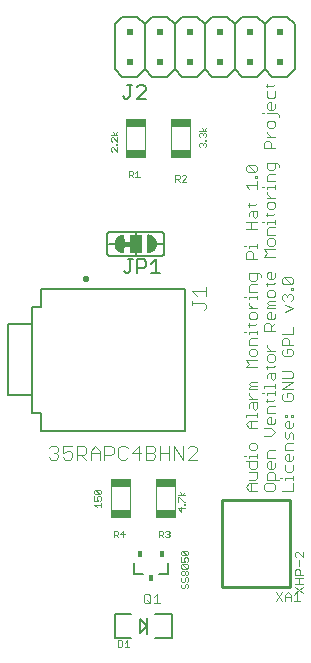
<source format=gto>
G75*
%MOIN*%
%OFA0B0*%
%FSLAX25Y25*%
%IPPOS*%
%LPD*%
%AMOC8*
5,1,8,0,0,1.08239X$1,22.5*
%
%ADD10C,0.00300*%
%ADD11C,0.00200*%
%ADD12C,0.00500*%
%ADD13C,0.01200*%
%ADD14C,0.00400*%
%ADD15C,0.00800*%
%ADD16R,0.02000X0.02000*%
%ADD17C,0.00600*%
%ADD18C,0.00000*%
%ADD19R,0.04000X0.06000*%
%ADD20C,0.01600*%
%ADD21R,0.06693X0.02953*%
%ADD22R,0.01800X0.02300*%
%ADD23R,0.01799X0.02301*%
%ADD24R,0.01800X0.02300*%
%ADD25C,0.01000*%
D10*
X0082530Y0080817D02*
X0083147Y0080817D01*
X0084381Y0080817D02*
X0086850Y0080817D01*
X0086850Y0081434D02*
X0086850Y0080199D01*
X0086850Y0078985D02*
X0086850Y0077133D01*
X0086233Y0076516D01*
X0084998Y0076516D01*
X0084381Y0077133D01*
X0084381Y0078985D01*
X0084381Y0080199D02*
X0084381Y0080817D01*
X0084998Y0082655D02*
X0084381Y0083272D01*
X0084381Y0084506D01*
X0084998Y0085124D01*
X0086233Y0085124D01*
X0086850Y0084506D01*
X0086850Y0083272D01*
X0086233Y0082655D01*
X0084998Y0082655D01*
X0083147Y0078985D02*
X0086850Y0078985D01*
X0086850Y0075302D02*
X0084381Y0075302D01*
X0084381Y0072833D02*
X0086233Y0072833D01*
X0086850Y0073450D01*
X0086850Y0075302D01*
X0086850Y0071619D02*
X0084381Y0071619D01*
X0083147Y0070384D01*
X0084381Y0069150D01*
X0086850Y0069150D01*
X0084998Y0069150D02*
X0084998Y0071619D01*
X0089147Y0071002D02*
X0089764Y0071619D01*
X0092233Y0071619D01*
X0092850Y0071002D01*
X0092850Y0069767D01*
X0092233Y0069150D01*
X0089764Y0069150D01*
X0089147Y0069767D01*
X0089147Y0071002D01*
X0090381Y0072833D02*
X0090381Y0074685D01*
X0090998Y0075302D01*
X0092233Y0075302D01*
X0092850Y0074685D01*
X0092850Y0072833D01*
X0094084Y0072833D02*
X0090381Y0072833D01*
X0090998Y0076516D02*
X0090381Y0077133D01*
X0090381Y0078368D01*
X0090998Y0078985D01*
X0091616Y0078985D01*
X0091616Y0076516D01*
X0092233Y0076516D02*
X0090998Y0076516D01*
X0092233Y0076516D02*
X0092850Y0077133D01*
X0092850Y0078368D01*
X0092850Y0080199D02*
X0090381Y0080199D01*
X0090381Y0082051D01*
X0090998Y0082668D01*
X0092850Y0082668D01*
X0091616Y0087566D02*
X0092850Y0088800D01*
X0091616Y0090034D01*
X0089147Y0090034D01*
X0090381Y0091866D02*
X0090381Y0093100D01*
X0090998Y0093718D01*
X0091616Y0093718D01*
X0091616Y0091249D01*
X0092233Y0091249D02*
X0090998Y0091249D01*
X0090381Y0091866D01*
X0090381Y0094932D02*
X0090381Y0096784D01*
X0090998Y0097401D01*
X0092850Y0097401D01*
X0092233Y0099232D02*
X0092850Y0099850D01*
X0092233Y0099232D02*
X0089764Y0099232D01*
X0090381Y0098615D02*
X0090381Y0099850D01*
X0090381Y0101071D02*
X0090381Y0101688D01*
X0092850Y0101688D01*
X0092850Y0101071D02*
X0092850Y0102305D01*
X0092850Y0103526D02*
X0092850Y0104760D01*
X0092850Y0104143D02*
X0089147Y0104143D01*
X0089147Y0103526D01*
X0089147Y0101688D02*
X0088530Y0101688D01*
X0090381Y0106599D02*
X0090381Y0107833D01*
X0090998Y0108450D01*
X0092850Y0108450D01*
X0092850Y0106599D01*
X0092233Y0105981D01*
X0091616Y0106599D01*
X0091616Y0108450D01*
X0090381Y0109665D02*
X0090381Y0110899D01*
X0089764Y0110282D02*
X0092233Y0110282D01*
X0092850Y0110899D01*
X0092233Y0112120D02*
X0090998Y0112120D01*
X0090381Y0112737D01*
X0090381Y0113972D01*
X0090998Y0114589D01*
X0092233Y0114589D01*
X0092850Y0113972D01*
X0092850Y0112737D01*
X0092233Y0112120D01*
X0092850Y0115803D02*
X0090381Y0115803D01*
X0090381Y0117038D02*
X0090381Y0117655D01*
X0090381Y0117038D02*
X0091616Y0115803D01*
X0095147Y0115813D02*
X0095147Y0114579D01*
X0095764Y0113962D01*
X0098233Y0113962D01*
X0098850Y0114579D01*
X0098850Y0115813D01*
X0098233Y0116430D01*
X0096998Y0116430D01*
X0096998Y0115196D01*
X0095764Y0116430D02*
X0095147Y0115813D01*
X0095147Y0117645D02*
X0095147Y0119496D01*
X0095764Y0120114D01*
X0096998Y0120114D01*
X0097616Y0119496D01*
X0097616Y0117645D01*
X0098850Y0117645D02*
X0095147Y0117645D01*
X0095147Y0121328D02*
X0098850Y0121328D01*
X0098850Y0123797D01*
X0096381Y0128694D02*
X0098850Y0129929D01*
X0096381Y0131163D01*
X0095764Y0132377D02*
X0095147Y0132995D01*
X0095147Y0134229D01*
X0095764Y0134846D01*
X0096381Y0134846D01*
X0096998Y0134229D01*
X0097616Y0134846D01*
X0098233Y0134846D01*
X0098850Y0134229D01*
X0098850Y0132995D01*
X0098233Y0132377D01*
X0096998Y0133612D02*
X0096998Y0134229D01*
X0098233Y0136060D02*
X0098233Y0136678D01*
X0098850Y0136678D01*
X0098850Y0136060D01*
X0098233Y0136060D01*
X0098233Y0137902D02*
X0095764Y0140371D01*
X0098233Y0140371D01*
X0098850Y0139754D01*
X0098850Y0138519D01*
X0098233Y0137902D01*
X0095764Y0137902D01*
X0095147Y0138519D01*
X0095147Y0139754D01*
X0095764Y0140371D01*
X0092850Y0140361D02*
X0092233Y0139744D01*
X0090998Y0139744D01*
X0090381Y0140361D01*
X0090381Y0141595D01*
X0090998Y0142212D01*
X0091616Y0142212D01*
X0091616Y0139744D01*
X0092850Y0140361D02*
X0092850Y0141595D01*
X0092850Y0138523D02*
X0092233Y0137905D01*
X0089764Y0137905D01*
X0090381Y0137288D02*
X0090381Y0138523D01*
X0090998Y0136074D02*
X0090381Y0135457D01*
X0090381Y0134222D01*
X0090998Y0133605D01*
X0092233Y0133605D01*
X0092850Y0134222D01*
X0092850Y0135457D01*
X0092233Y0136074D01*
X0090998Y0136074D01*
X0090998Y0132391D02*
X0090381Y0131773D01*
X0090998Y0131156D01*
X0092850Y0131156D01*
X0092850Y0129922D02*
X0090381Y0129922D01*
X0090381Y0130539D01*
X0090998Y0131156D01*
X0090998Y0132391D02*
X0092850Y0132391D01*
X0091616Y0128707D02*
X0091616Y0126239D01*
X0092233Y0126239D02*
X0090998Y0126239D01*
X0090381Y0126856D01*
X0090381Y0128090D01*
X0090998Y0128707D01*
X0091616Y0128707D01*
X0092850Y0128090D02*
X0092850Y0126856D01*
X0092233Y0126239D01*
X0092850Y0125024D02*
X0091616Y0123790D01*
X0091616Y0124407D02*
X0091616Y0122556D01*
X0092850Y0122556D02*
X0089147Y0122556D01*
X0089147Y0124407D01*
X0089764Y0125024D01*
X0090998Y0125024D01*
X0091616Y0124407D01*
X0086850Y0125018D02*
X0086233Y0124400D01*
X0083764Y0124400D01*
X0084381Y0123783D02*
X0084381Y0125018D01*
X0084998Y0126239D02*
X0084381Y0126856D01*
X0084381Y0128090D01*
X0084998Y0128707D01*
X0086233Y0128707D01*
X0086850Y0128090D01*
X0086850Y0126856D01*
X0086233Y0126239D01*
X0084998Y0126239D01*
X0086850Y0122562D02*
X0086850Y0121328D01*
X0086850Y0121945D02*
X0084381Y0121945D01*
X0084381Y0121328D01*
X0084998Y0120113D02*
X0084381Y0119496D01*
X0084381Y0117645D01*
X0086850Y0117645D01*
X0086233Y0116430D02*
X0084998Y0116430D01*
X0084381Y0115813D01*
X0084381Y0114579D01*
X0084998Y0113962D01*
X0086233Y0113962D01*
X0086850Y0114579D01*
X0086850Y0115813D01*
X0086233Y0116430D01*
X0086850Y0112747D02*
X0083147Y0112747D01*
X0084381Y0111513D01*
X0083147Y0110278D01*
X0086850Y0110278D01*
X0086850Y0105381D02*
X0084998Y0105381D01*
X0084381Y0104764D01*
X0084998Y0104147D01*
X0086850Y0104147D01*
X0086850Y0102912D02*
X0084381Y0102912D01*
X0084381Y0103529D01*
X0084998Y0104147D01*
X0084381Y0101694D02*
X0084381Y0101077D01*
X0085616Y0099843D01*
X0085616Y0098628D02*
X0085616Y0096777D01*
X0086233Y0096160D01*
X0086850Y0096777D01*
X0086850Y0098628D01*
X0084998Y0098628D01*
X0084381Y0098011D01*
X0084381Y0096777D01*
X0083147Y0094321D02*
X0086850Y0094321D01*
X0086850Y0093704D02*
X0086850Y0094939D01*
X0086850Y0092490D02*
X0084381Y0092490D01*
X0083147Y0091256D01*
X0084381Y0090021D01*
X0086850Y0090021D01*
X0084998Y0090021D02*
X0084998Y0092490D01*
X0083147Y0093704D02*
X0083147Y0094321D01*
X0084381Y0099843D02*
X0086850Y0099843D01*
X0090381Y0094932D02*
X0092850Y0094932D01*
X0092850Y0093100D02*
X0092850Y0091866D01*
X0092233Y0091249D01*
X0091616Y0087566D02*
X0089147Y0087566D01*
X0095764Y0099229D02*
X0095147Y0099846D01*
X0095147Y0101081D01*
X0095764Y0101698D01*
X0096998Y0101698D02*
X0096998Y0100463D01*
X0096998Y0101698D02*
X0098233Y0101698D01*
X0098850Y0101081D01*
X0098850Y0099846D01*
X0098233Y0099229D01*
X0095764Y0099229D01*
X0095147Y0102912D02*
X0098850Y0105381D01*
X0095147Y0105381D01*
X0095147Y0106595D02*
X0098233Y0106595D01*
X0098850Y0107212D01*
X0098850Y0108447D01*
X0098233Y0109064D01*
X0095147Y0109064D01*
X0095147Y0102912D02*
X0098850Y0102912D01*
X0098850Y0094321D02*
X0098850Y0093704D01*
X0098233Y0093704D01*
X0098233Y0094321D01*
X0098850Y0094321D01*
X0096998Y0094321D02*
X0096998Y0093704D01*
X0096381Y0093704D01*
X0096381Y0094321D01*
X0096998Y0094321D01*
X0096998Y0092490D02*
X0096381Y0091873D01*
X0096381Y0090638D01*
X0096998Y0090021D01*
X0098233Y0090021D01*
X0098850Y0090638D01*
X0098850Y0091873D01*
X0097616Y0092490D02*
X0097616Y0090021D01*
X0098233Y0088807D02*
X0097616Y0088190D01*
X0097616Y0086955D01*
X0096998Y0086338D01*
X0096381Y0086955D01*
X0096381Y0088807D01*
X0096998Y0085124D02*
X0096381Y0084506D01*
X0096381Y0082655D01*
X0098850Y0082655D01*
X0097616Y0081440D02*
X0097616Y0078972D01*
X0098233Y0078972D02*
X0096998Y0078972D01*
X0096381Y0079589D01*
X0096381Y0080823D01*
X0096998Y0081440D01*
X0097616Y0081440D01*
X0098850Y0080823D02*
X0098850Y0079589D01*
X0098233Y0078972D01*
X0098850Y0077757D02*
X0098850Y0075906D01*
X0098233Y0075289D01*
X0096998Y0075289D01*
X0096381Y0075906D01*
X0096381Y0077757D01*
X0096381Y0073450D02*
X0098850Y0073450D01*
X0098850Y0072833D02*
X0098850Y0074068D01*
X0098850Y0071619D02*
X0098850Y0069150D01*
X0095147Y0069150D01*
X0096381Y0072833D02*
X0096381Y0073450D01*
X0095147Y0073450D02*
X0094530Y0073450D01*
X0096998Y0085124D02*
X0098850Y0085124D01*
X0098850Y0086338D02*
X0098850Y0088190D01*
X0098233Y0088807D01*
X0097616Y0092490D02*
X0096998Y0092490D01*
X0086850Y0120113D02*
X0084998Y0120113D01*
X0083147Y0121945D02*
X0082530Y0121945D01*
X0084381Y0129922D02*
X0086850Y0129922D01*
X0085616Y0129922D02*
X0084381Y0131156D01*
X0084381Y0131773D01*
X0084381Y0132991D02*
X0084381Y0133608D01*
X0086850Y0133608D01*
X0086850Y0132991D02*
X0086850Y0134226D01*
X0086850Y0135447D02*
X0084381Y0135447D01*
X0084381Y0137298D01*
X0084998Y0137915D01*
X0086850Y0137915D01*
X0086233Y0139130D02*
X0084998Y0139130D01*
X0084381Y0139747D01*
X0084381Y0141598D01*
X0087467Y0141598D01*
X0088084Y0140981D01*
X0088084Y0140364D01*
X0086850Y0139747D02*
X0086850Y0141598D01*
X0086850Y0139747D02*
X0086233Y0139130D01*
X0083147Y0133608D02*
X0082530Y0133608D01*
X0083147Y0146496D02*
X0083147Y0148348D01*
X0083764Y0148965D01*
X0084998Y0148965D01*
X0085616Y0148348D01*
X0085616Y0146496D01*
X0086850Y0146496D02*
X0083147Y0146496D01*
X0084381Y0150179D02*
X0084381Y0150796D01*
X0086850Y0150796D01*
X0086850Y0150179D02*
X0086850Y0151414D01*
X0089147Y0149579D02*
X0092850Y0149579D01*
X0092233Y0150793D02*
X0092850Y0151410D01*
X0092850Y0152645D01*
X0092233Y0153262D01*
X0090998Y0153262D01*
X0090381Y0152645D01*
X0090381Y0151410D01*
X0090998Y0150793D01*
X0092233Y0150793D01*
X0092850Y0147110D02*
X0089147Y0147110D01*
X0090381Y0148344D01*
X0089147Y0149579D01*
X0090381Y0154476D02*
X0090381Y0156328D01*
X0090998Y0156945D01*
X0092850Y0156945D01*
X0092850Y0158159D02*
X0092850Y0159394D01*
X0092850Y0158776D02*
X0090381Y0158776D01*
X0090381Y0158159D01*
X0089147Y0158776D02*
X0088530Y0158776D01*
X0090381Y0160615D02*
X0090381Y0161849D01*
X0089764Y0161232D02*
X0092233Y0161232D01*
X0092850Y0161849D01*
X0092233Y0163070D02*
X0092850Y0163687D01*
X0092850Y0164922D01*
X0092233Y0165539D01*
X0090998Y0165539D01*
X0090381Y0164922D01*
X0090381Y0163687D01*
X0090998Y0163070D01*
X0092233Y0163070D01*
X0092850Y0166753D02*
X0090381Y0166753D01*
X0091616Y0166753D02*
X0090381Y0167988D01*
X0090381Y0168605D01*
X0090381Y0169823D02*
X0090381Y0170440D01*
X0092850Y0170440D01*
X0092850Y0169823D02*
X0092850Y0171057D01*
X0092850Y0172278D02*
X0090381Y0172278D01*
X0090381Y0174130D01*
X0090998Y0174747D01*
X0092850Y0174747D01*
X0092233Y0175961D02*
X0092850Y0176578D01*
X0092850Y0178430D01*
X0093467Y0178430D02*
X0090381Y0178430D01*
X0090381Y0176578D01*
X0090998Y0175961D01*
X0092233Y0175961D01*
X0094084Y0177196D02*
X0094084Y0177813D01*
X0093467Y0178430D01*
X0092850Y0183327D02*
X0089147Y0183327D01*
X0089147Y0185179D01*
X0089764Y0185796D01*
X0090998Y0185796D01*
X0091616Y0185179D01*
X0091616Y0183327D01*
X0091616Y0187011D02*
X0090381Y0188245D01*
X0090381Y0188862D01*
X0090998Y0190080D02*
X0090381Y0190697D01*
X0090381Y0191931D01*
X0090998Y0192549D01*
X0092233Y0192549D01*
X0092850Y0191931D01*
X0092850Y0190697D01*
X0092233Y0190080D01*
X0090998Y0190080D01*
X0090381Y0187011D02*
X0092850Y0187011D01*
X0094084Y0193763D02*
X0094084Y0194380D01*
X0093467Y0194997D01*
X0090381Y0194997D01*
X0089147Y0194997D02*
X0088530Y0194997D01*
X0090381Y0196836D02*
X0090381Y0198070D01*
X0090998Y0198687D01*
X0091616Y0198687D01*
X0091616Y0196218D01*
X0092233Y0196218D02*
X0090998Y0196218D01*
X0090381Y0196836D01*
X0090998Y0199902D02*
X0090381Y0200519D01*
X0090381Y0202370D01*
X0090381Y0203585D02*
X0090381Y0204819D01*
X0089764Y0204202D02*
X0092233Y0204202D01*
X0092850Y0204819D01*
X0092850Y0202370D02*
X0092850Y0200519D01*
X0092233Y0199902D01*
X0090998Y0199902D01*
X0092850Y0198070D02*
X0092850Y0196836D01*
X0092233Y0196218D01*
X0086233Y0177816D02*
X0083764Y0177816D01*
X0086233Y0175347D01*
X0086850Y0175964D01*
X0086850Y0177199D01*
X0086233Y0177816D01*
X0086233Y0175347D02*
X0083764Y0175347D01*
X0083147Y0175964D01*
X0083147Y0177199D01*
X0083764Y0177816D01*
X0086233Y0174123D02*
X0086233Y0173506D01*
X0086850Y0173506D01*
X0086850Y0174123D01*
X0086233Y0174123D01*
X0086850Y0172291D02*
X0086850Y0169823D01*
X0086850Y0171057D02*
X0083147Y0171057D01*
X0084381Y0169823D01*
X0084381Y0164918D02*
X0084381Y0163684D01*
X0083764Y0164301D02*
X0086233Y0164301D01*
X0086850Y0164918D01*
X0086850Y0162470D02*
X0084998Y0162470D01*
X0084381Y0161852D01*
X0084381Y0160618D01*
X0085616Y0160618D02*
X0085616Y0162470D01*
X0086850Y0162470D02*
X0086850Y0160618D01*
X0086233Y0160001D01*
X0085616Y0160618D01*
X0084998Y0158786D02*
X0084998Y0156318D01*
X0083147Y0156318D02*
X0086850Y0156318D01*
X0086850Y0158786D02*
X0083147Y0158786D01*
X0083147Y0150796D02*
X0082530Y0150796D01*
X0090381Y0154476D02*
X0092850Y0154476D01*
X0089147Y0170440D02*
X0088530Y0170440D01*
X0099941Y0048891D02*
X0099457Y0048407D01*
X0099457Y0047439D01*
X0099941Y0046955D01*
X0100909Y0045943D02*
X0100909Y0044008D01*
X0100909Y0042996D02*
X0101393Y0042512D01*
X0101393Y0041060D01*
X0102360Y0041060D02*
X0099457Y0041060D01*
X0099457Y0042512D01*
X0099941Y0042996D01*
X0100909Y0042996D01*
X0100909Y0040049D02*
X0100909Y0038113D01*
X0102360Y0038113D02*
X0099457Y0038113D01*
X0099457Y0037101D02*
X0102360Y0035166D01*
X0102360Y0037101D02*
X0099457Y0035166D01*
X0100255Y0035317D02*
X0100255Y0032412D01*
X0101223Y0032412D02*
X0099286Y0032412D01*
X0098274Y0032412D02*
X0098274Y0034348D01*
X0097306Y0035317D01*
X0096337Y0034348D01*
X0096337Y0032412D01*
X0095325Y0032412D02*
X0093388Y0035317D01*
X0095325Y0035317D02*
X0093388Y0032412D01*
X0096337Y0033864D02*
X0098274Y0033864D01*
X0099286Y0034348D02*
X0100255Y0035317D01*
X0099457Y0040049D02*
X0102360Y0040049D01*
X0102360Y0046955D02*
X0100425Y0048891D01*
X0099941Y0048891D01*
X0102360Y0048891D02*
X0102360Y0046955D01*
D11*
X0033432Y0063600D02*
X0032698Y0064334D01*
X0034900Y0064334D01*
X0034900Y0063600D02*
X0034900Y0065068D01*
X0034533Y0065810D02*
X0034900Y0066177D01*
X0034900Y0066911D01*
X0034533Y0067278D01*
X0033799Y0067278D01*
X0033432Y0066911D01*
X0033432Y0066544D01*
X0033799Y0065810D01*
X0032698Y0065810D01*
X0032698Y0067278D01*
X0033065Y0068020D02*
X0032698Y0068387D01*
X0032698Y0069121D01*
X0033065Y0069488D01*
X0034533Y0068020D01*
X0034900Y0068387D01*
X0034900Y0069121D01*
X0034533Y0069488D01*
X0033065Y0069488D01*
X0033065Y0068020D02*
X0034533Y0068020D01*
X0039100Y0055802D02*
X0040201Y0055802D01*
X0040568Y0055435D01*
X0040568Y0054701D01*
X0040201Y0054334D01*
X0039100Y0054334D01*
X0039834Y0054334D02*
X0040568Y0053600D01*
X0041310Y0054701D02*
X0042778Y0054701D01*
X0042411Y0053600D02*
X0042411Y0055802D01*
X0041310Y0054701D01*
X0039100Y0053600D02*
X0039100Y0055802D01*
X0054100Y0055802D02*
X0054100Y0053600D01*
X0054100Y0054334D02*
X0055201Y0054334D01*
X0055568Y0054701D01*
X0055568Y0055435D01*
X0055201Y0055802D01*
X0054100Y0055802D01*
X0054834Y0054334D02*
X0055568Y0053600D01*
X0056310Y0053967D02*
X0056677Y0053600D01*
X0057411Y0053600D01*
X0057778Y0053967D01*
X0057778Y0054334D01*
X0057411Y0054701D01*
X0057044Y0054701D01*
X0057411Y0054701D02*
X0057778Y0055068D01*
X0057778Y0055435D01*
X0057411Y0055802D01*
X0056677Y0055802D01*
X0056310Y0055435D01*
X0061699Y0062234D02*
X0060598Y0063335D01*
X0062800Y0063335D01*
X0062800Y0064444D02*
X0062800Y0064811D01*
X0062433Y0064811D01*
X0062433Y0064444D01*
X0062800Y0064444D01*
X0062800Y0065549D02*
X0062433Y0065549D01*
X0060965Y0067016D01*
X0060598Y0067016D01*
X0060598Y0065549D01*
X0061699Y0063702D02*
X0061699Y0062234D01*
X0062066Y0067758D02*
X0061332Y0068859D01*
X0060598Y0067758D02*
X0062800Y0067758D01*
X0062066Y0067758D02*
X0062800Y0068859D01*
X0062065Y0049117D02*
X0063533Y0049117D01*
X0063900Y0048750D01*
X0063900Y0048016D01*
X0063533Y0047649D01*
X0062065Y0049117D01*
X0061698Y0048750D01*
X0061698Y0048016D01*
X0062065Y0047649D01*
X0063533Y0047649D01*
X0063533Y0046907D02*
X0063900Y0046540D01*
X0063900Y0045806D01*
X0063533Y0045440D01*
X0062799Y0045440D02*
X0062432Y0046173D01*
X0062432Y0046540D01*
X0062799Y0046907D01*
X0063533Y0046907D01*
X0062799Y0045440D02*
X0061698Y0045440D01*
X0061698Y0046907D01*
X0062065Y0044698D02*
X0063533Y0043230D01*
X0063900Y0043597D01*
X0063900Y0044331D01*
X0063533Y0044698D01*
X0062065Y0044698D01*
X0061698Y0044331D01*
X0061698Y0043597D01*
X0062065Y0043230D01*
X0063533Y0043230D01*
X0063533Y0042488D02*
X0063900Y0042121D01*
X0063900Y0041387D01*
X0063533Y0041020D01*
X0063166Y0041020D01*
X0062799Y0041387D01*
X0062799Y0042121D01*
X0063166Y0042488D01*
X0063533Y0042488D01*
X0062799Y0042121D02*
X0062432Y0042488D01*
X0062065Y0042488D01*
X0061698Y0042121D01*
X0061698Y0041387D01*
X0062065Y0041020D01*
X0062432Y0041020D01*
X0062799Y0041387D01*
X0063166Y0040278D02*
X0063533Y0040278D01*
X0063900Y0039911D01*
X0063900Y0039177D01*
X0063533Y0038810D01*
X0063533Y0038068D02*
X0063900Y0037701D01*
X0063900Y0036967D01*
X0063533Y0036600D01*
X0062799Y0036967D02*
X0062799Y0037701D01*
X0063166Y0038068D01*
X0063533Y0038068D01*
X0062799Y0036967D02*
X0062432Y0036600D01*
X0062065Y0036600D01*
X0061698Y0036967D01*
X0061698Y0037701D01*
X0062065Y0038068D01*
X0062065Y0038810D02*
X0062432Y0038810D01*
X0062799Y0039177D01*
X0062799Y0039911D01*
X0063166Y0040278D01*
X0062065Y0040278D02*
X0061698Y0039911D01*
X0061698Y0039177D01*
X0062065Y0038810D01*
X0044278Y0017100D02*
X0042810Y0017100D01*
X0043544Y0017100D02*
X0043544Y0019302D01*
X0042810Y0018568D01*
X0042068Y0018935D02*
X0041701Y0019302D01*
X0040600Y0019302D01*
X0040600Y0017100D01*
X0041701Y0017100D01*
X0042068Y0017467D01*
X0042068Y0018935D01*
X0059680Y0172200D02*
X0059680Y0174402D01*
X0060781Y0174402D01*
X0061148Y0174035D01*
X0061148Y0173301D01*
X0060781Y0172934D01*
X0059680Y0172934D01*
X0060414Y0172934D02*
X0061148Y0172200D01*
X0061890Y0172200D02*
X0063358Y0173668D01*
X0063358Y0174035D01*
X0062991Y0174402D01*
X0062257Y0174402D01*
X0061890Y0174035D01*
X0061890Y0172200D02*
X0063358Y0172200D01*
X0068065Y0183600D02*
X0067698Y0183967D01*
X0067698Y0184701D01*
X0068065Y0185068D01*
X0068432Y0185068D01*
X0068799Y0184701D01*
X0069166Y0185068D01*
X0069533Y0185068D01*
X0069900Y0184701D01*
X0069900Y0183967D01*
X0069533Y0183600D01*
X0068799Y0184334D02*
X0068799Y0184701D01*
X0069533Y0185810D02*
X0069533Y0186177D01*
X0069900Y0186177D01*
X0069900Y0185810D01*
X0069533Y0185810D01*
X0069533Y0186915D02*
X0069900Y0187282D01*
X0069900Y0188016D01*
X0069533Y0188383D01*
X0069166Y0188383D01*
X0068799Y0188016D01*
X0068799Y0187649D01*
X0068799Y0188016D02*
X0068432Y0188383D01*
X0068065Y0188383D01*
X0067698Y0188016D01*
X0067698Y0187282D01*
X0068065Y0186915D01*
X0067698Y0189125D02*
X0069900Y0189125D01*
X0069166Y0189125D02*
X0069900Y0190226D01*
X0069166Y0189125D02*
X0068432Y0190226D01*
X0047778Y0173600D02*
X0046310Y0173600D01*
X0047044Y0173600D02*
X0047044Y0175802D01*
X0046310Y0175068D01*
X0045568Y0175435D02*
X0045568Y0174701D01*
X0045201Y0174334D01*
X0044100Y0174334D01*
X0044834Y0174334D02*
X0045568Y0173600D01*
X0044100Y0173600D02*
X0044100Y0175802D01*
X0045201Y0175802D01*
X0045568Y0175435D01*
X0040300Y0182234D02*
X0040300Y0183702D01*
X0040300Y0184444D02*
X0040300Y0184811D01*
X0039933Y0184811D01*
X0039933Y0184444D01*
X0040300Y0184444D01*
X0040300Y0185549D02*
X0038832Y0187016D01*
X0038465Y0187016D01*
X0038098Y0186649D01*
X0038098Y0185916D01*
X0038465Y0185549D01*
X0038465Y0183702D02*
X0038098Y0183335D01*
X0038098Y0182601D01*
X0038465Y0182234D01*
X0038465Y0183702D02*
X0038832Y0183702D01*
X0040300Y0182234D01*
X0040300Y0185549D02*
X0040300Y0187016D01*
X0040300Y0187758D02*
X0038098Y0187758D01*
X0038832Y0188859D02*
X0039566Y0187758D01*
X0040300Y0188859D01*
D12*
X0042953Y0199841D02*
X0042203Y0200591D01*
X0042953Y0199841D02*
X0043704Y0199841D01*
X0044455Y0200591D01*
X0044455Y0204344D01*
X0045205Y0204344D02*
X0043704Y0204344D01*
X0046807Y0203594D02*
X0047557Y0204344D01*
X0049059Y0204344D01*
X0049809Y0203594D01*
X0049809Y0202843D01*
X0046807Y0199841D01*
X0049809Y0199841D01*
X0050749Y0148762D02*
X0050501Y0151500D01*
X0050501Y0151500D01*
X0050749Y0154238D01*
X0050750Y0154239D01*
X0050853Y0154227D01*
X0050957Y0154212D01*
X0051059Y0154193D01*
X0051161Y0154169D01*
X0051262Y0154142D01*
X0051361Y0154112D01*
X0051460Y0154077D01*
X0051557Y0154039D01*
X0051652Y0153997D01*
X0051746Y0153951D01*
X0051838Y0153902D01*
X0051929Y0153850D01*
X0052017Y0153794D01*
X0052103Y0153735D01*
X0052186Y0153672D01*
X0052267Y0153607D01*
X0052346Y0153538D01*
X0052422Y0153467D01*
X0052495Y0153392D01*
X0052566Y0153315D01*
X0052633Y0153236D01*
X0052697Y0153153D01*
X0052759Y0153069D01*
X0052816Y0152982D01*
X0052871Y0152893D01*
X0052922Y0152802D01*
X0052970Y0152709D01*
X0053014Y0152615D01*
X0053054Y0152519D01*
X0053091Y0152421D01*
X0053124Y0152322D01*
X0053154Y0152222D01*
X0053179Y0152121D01*
X0053201Y0152019D01*
X0053218Y0151916D01*
X0053232Y0151812D01*
X0053242Y0151709D01*
X0053248Y0151604D01*
X0053250Y0151500D01*
X0053248Y0151396D01*
X0053242Y0151291D01*
X0053232Y0151188D01*
X0053218Y0151084D01*
X0053201Y0150981D01*
X0053179Y0150879D01*
X0053154Y0150778D01*
X0053124Y0150678D01*
X0053091Y0150579D01*
X0053054Y0150481D01*
X0053014Y0150385D01*
X0052970Y0150291D01*
X0052922Y0150198D01*
X0052871Y0150107D01*
X0052816Y0150018D01*
X0052759Y0149931D01*
X0052697Y0149847D01*
X0052633Y0149764D01*
X0052566Y0149685D01*
X0052495Y0149608D01*
X0052422Y0149533D01*
X0052346Y0149462D01*
X0052267Y0149393D01*
X0052186Y0149328D01*
X0052103Y0149265D01*
X0052017Y0149206D01*
X0051929Y0149150D01*
X0051838Y0149098D01*
X0051746Y0149049D01*
X0051652Y0149003D01*
X0051557Y0148961D01*
X0051460Y0148923D01*
X0051361Y0148888D01*
X0051262Y0148858D01*
X0051161Y0148831D01*
X0051059Y0148807D01*
X0050957Y0148788D01*
X0050853Y0148773D01*
X0050750Y0148761D01*
X0050749Y0149238D01*
X0050844Y0149250D01*
X0050937Y0149266D01*
X0051030Y0149287D01*
X0051122Y0149311D01*
X0051213Y0149339D01*
X0051302Y0149370D01*
X0051391Y0149405D01*
X0051477Y0149444D01*
X0051562Y0149487D01*
X0051645Y0149533D01*
X0051726Y0149583D01*
X0051805Y0149635D01*
X0051882Y0149692D01*
X0051956Y0149751D01*
X0052028Y0149813D01*
X0052097Y0149878D01*
X0052163Y0149946D01*
X0052227Y0150017D01*
X0052287Y0150090D01*
X0052344Y0150166D01*
X0052398Y0150244D01*
X0052449Y0150325D01*
X0052496Y0150407D01*
X0052540Y0150491D01*
X0052581Y0150577D01*
X0052617Y0150665D01*
X0052650Y0150754D01*
X0052680Y0150844D01*
X0052705Y0150936D01*
X0052727Y0151028D01*
X0052744Y0151122D01*
X0052758Y0151216D01*
X0052768Y0151310D01*
X0052774Y0151405D01*
X0052776Y0151500D01*
X0052774Y0151595D01*
X0052768Y0151690D01*
X0052758Y0151784D01*
X0052744Y0151878D01*
X0052727Y0151972D01*
X0052705Y0152064D01*
X0052680Y0152156D01*
X0052650Y0152246D01*
X0052617Y0152335D01*
X0052581Y0152423D01*
X0052540Y0152509D01*
X0052496Y0152593D01*
X0052449Y0152675D01*
X0052398Y0152756D01*
X0052344Y0152834D01*
X0052287Y0152910D01*
X0052227Y0152983D01*
X0052163Y0153054D01*
X0052097Y0153122D01*
X0052028Y0153187D01*
X0051956Y0153249D01*
X0051882Y0153308D01*
X0051805Y0153365D01*
X0051726Y0153417D01*
X0051645Y0153467D01*
X0051562Y0153513D01*
X0051477Y0153556D01*
X0051391Y0153595D01*
X0051302Y0153630D01*
X0051213Y0153661D01*
X0051122Y0153689D01*
X0051030Y0153713D01*
X0050937Y0153734D01*
X0050844Y0153750D01*
X0050749Y0153762D01*
X0050749Y0153285D01*
X0050831Y0153271D01*
X0050913Y0153254D01*
X0050993Y0153233D01*
X0051073Y0153209D01*
X0051151Y0153180D01*
X0051228Y0153148D01*
X0051303Y0153113D01*
X0051377Y0153074D01*
X0051449Y0153032D01*
X0051519Y0152987D01*
X0051586Y0152938D01*
X0051651Y0152886D01*
X0051714Y0152832D01*
X0051774Y0152774D01*
X0051832Y0152714D01*
X0051886Y0152651D01*
X0051938Y0152586D01*
X0051987Y0152518D01*
X0052032Y0152449D01*
X0052074Y0152377D01*
X0052113Y0152303D01*
X0052148Y0152228D01*
X0052180Y0152151D01*
X0052209Y0152073D01*
X0052233Y0151993D01*
X0052254Y0151913D01*
X0052271Y0151831D01*
X0052285Y0151749D01*
X0052294Y0151666D01*
X0052300Y0151583D01*
X0052302Y0151500D01*
X0052300Y0151417D01*
X0052294Y0151334D01*
X0052285Y0151251D01*
X0052271Y0151169D01*
X0052254Y0151087D01*
X0052233Y0151007D01*
X0052209Y0150927D01*
X0052180Y0150849D01*
X0052148Y0150772D01*
X0052113Y0150697D01*
X0052074Y0150623D01*
X0052032Y0150551D01*
X0051987Y0150482D01*
X0051938Y0150414D01*
X0051886Y0150349D01*
X0051832Y0150286D01*
X0051774Y0150226D01*
X0051714Y0150168D01*
X0051651Y0150114D01*
X0051586Y0150062D01*
X0051519Y0150013D01*
X0051449Y0149968D01*
X0051377Y0149926D01*
X0051303Y0149887D01*
X0051228Y0149852D01*
X0051151Y0149820D01*
X0051073Y0149791D01*
X0050993Y0149767D01*
X0050913Y0149746D01*
X0050831Y0149729D01*
X0050749Y0149715D01*
X0050749Y0150195D01*
X0050819Y0150211D01*
X0050888Y0150230D01*
X0050956Y0150253D01*
X0051023Y0150279D01*
X0051089Y0150310D01*
X0051152Y0150343D01*
X0051214Y0150380D01*
X0051274Y0150421D01*
X0051331Y0150464D01*
X0051386Y0150511D01*
X0051438Y0150560D01*
X0051488Y0150612D01*
X0051535Y0150667D01*
X0051578Y0150725D01*
X0051619Y0150784D01*
X0051656Y0150846D01*
X0051689Y0150909D01*
X0051720Y0150975D01*
X0051746Y0151042D01*
X0051769Y0151110D01*
X0051789Y0151179D01*
X0051804Y0151250D01*
X0051816Y0151321D01*
X0051824Y0151392D01*
X0051828Y0151464D01*
X0051828Y0151536D01*
X0051824Y0151608D01*
X0051816Y0151679D01*
X0051804Y0151750D01*
X0051789Y0151821D01*
X0051769Y0151890D01*
X0051746Y0151958D01*
X0051720Y0152025D01*
X0051689Y0152091D01*
X0051656Y0152154D01*
X0051619Y0152216D01*
X0051578Y0152275D01*
X0051535Y0152333D01*
X0051488Y0152388D01*
X0051438Y0152440D01*
X0051386Y0152489D01*
X0051331Y0152536D01*
X0051274Y0152579D01*
X0051214Y0152620D01*
X0051152Y0152657D01*
X0051089Y0152690D01*
X0051023Y0152721D01*
X0050956Y0152747D01*
X0050888Y0152770D01*
X0050819Y0152789D01*
X0050749Y0152805D01*
X0050746Y0152318D01*
X0050801Y0152299D01*
X0050854Y0152277D01*
X0050905Y0152252D01*
X0050955Y0152223D01*
X0051002Y0152191D01*
X0051048Y0152155D01*
X0051091Y0152117D01*
X0051131Y0152076D01*
X0051168Y0152032D01*
X0051202Y0151986D01*
X0051233Y0151938D01*
X0051261Y0151887D01*
X0051285Y0151835D01*
X0051306Y0151782D01*
X0051323Y0151727D01*
X0051337Y0151671D01*
X0051346Y0151615D01*
X0051352Y0151557D01*
X0051354Y0151500D01*
X0051352Y0151443D01*
X0051346Y0151385D01*
X0051337Y0151329D01*
X0051323Y0151273D01*
X0051306Y0151218D01*
X0051285Y0151165D01*
X0051261Y0151113D01*
X0051233Y0151062D01*
X0051202Y0151014D01*
X0051168Y0150968D01*
X0051131Y0150924D01*
X0051091Y0150883D01*
X0051048Y0150845D01*
X0051002Y0150809D01*
X0050955Y0150777D01*
X0050905Y0150748D01*
X0050854Y0150723D01*
X0050801Y0150701D01*
X0050746Y0150682D01*
X0050732Y0151199D01*
X0050760Y0151223D01*
X0050786Y0151249D01*
X0050808Y0151278D01*
X0050828Y0151308D01*
X0050845Y0151341D01*
X0050859Y0151375D01*
X0050869Y0151410D01*
X0050876Y0151445D01*
X0050880Y0151482D01*
X0050880Y0151518D01*
X0050876Y0151555D01*
X0050869Y0151590D01*
X0050859Y0151625D01*
X0050845Y0151659D01*
X0050828Y0151692D01*
X0050808Y0151722D01*
X0050786Y0151751D01*
X0050760Y0151777D01*
X0050732Y0151801D01*
X0049294Y0146254D02*
X0047042Y0146254D01*
X0047042Y0141750D01*
X0047042Y0143251D02*
X0049294Y0143251D01*
X0050045Y0144002D01*
X0050045Y0145503D01*
X0049294Y0146254D01*
X0051646Y0144753D02*
X0053147Y0146254D01*
X0053147Y0141750D01*
X0051646Y0141750D02*
X0054649Y0141750D01*
X0063028Y0136382D02*
X0014996Y0136382D01*
X0014996Y0130476D01*
X0011846Y0130476D01*
X0011846Y0124571D01*
X0003972Y0124571D01*
X0003972Y0100949D01*
X0011846Y0100949D01*
X0011846Y0095043D01*
X0014996Y0095043D01*
X0014996Y0089138D01*
X0063028Y0089138D01*
X0063028Y0136382D01*
X0014996Y0136382D01*
X0014996Y0130476D01*
X0011846Y0130476D01*
X0011846Y0124571D01*
X0011846Y0100949D01*
X0003972Y0100949D01*
X0003972Y0124571D01*
X0011846Y0124571D01*
X0011846Y0100949D01*
X0011846Y0095043D01*
X0014996Y0095043D01*
X0014996Y0089138D01*
X0063028Y0089138D01*
X0063028Y0136382D01*
X0045441Y0146254D02*
X0043939Y0146254D01*
X0044690Y0146254D02*
X0044690Y0142501D01*
X0043939Y0141750D01*
X0043189Y0141750D01*
X0042438Y0142501D01*
X0042251Y0154238D02*
X0042499Y0151500D01*
X0042499Y0151500D01*
X0042251Y0148762D01*
X0042250Y0148761D01*
X0042147Y0148773D01*
X0042043Y0148788D01*
X0041941Y0148807D01*
X0041839Y0148831D01*
X0041738Y0148858D01*
X0041639Y0148888D01*
X0041540Y0148923D01*
X0041443Y0148961D01*
X0041348Y0149003D01*
X0041254Y0149049D01*
X0041162Y0149098D01*
X0041071Y0149150D01*
X0040983Y0149206D01*
X0040897Y0149265D01*
X0040814Y0149328D01*
X0040733Y0149393D01*
X0040654Y0149462D01*
X0040578Y0149533D01*
X0040505Y0149608D01*
X0040434Y0149685D01*
X0040367Y0149764D01*
X0040303Y0149847D01*
X0040241Y0149931D01*
X0040184Y0150018D01*
X0040129Y0150107D01*
X0040078Y0150198D01*
X0040030Y0150291D01*
X0039986Y0150385D01*
X0039946Y0150481D01*
X0039909Y0150579D01*
X0039876Y0150678D01*
X0039846Y0150778D01*
X0039821Y0150879D01*
X0039799Y0150981D01*
X0039782Y0151084D01*
X0039768Y0151188D01*
X0039758Y0151291D01*
X0039752Y0151396D01*
X0039750Y0151500D01*
X0039752Y0151604D01*
X0039758Y0151709D01*
X0039768Y0151812D01*
X0039782Y0151916D01*
X0039799Y0152019D01*
X0039821Y0152121D01*
X0039846Y0152222D01*
X0039876Y0152322D01*
X0039909Y0152421D01*
X0039946Y0152519D01*
X0039986Y0152615D01*
X0040030Y0152709D01*
X0040078Y0152802D01*
X0040129Y0152893D01*
X0040184Y0152982D01*
X0040241Y0153069D01*
X0040303Y0153153D01*
X0040367Y0153236D01*
X0040434Y0153315D01*
X0040505Y0153392D01*
X0040578Y0153467D01*
X0040654Y0153538D01*
X0040733Y0153607D01*
X0040814Y0153672D01*
X0040897Y0153735D01*
X0040983Y0153794D01*
X0041071Y0153850D01*
X0041162Y0153902D01*
X0041254Y0153951D01*
X0041348Y0153997D01*
X0041443Y0154039D01*
X0041540Y0154077D01*
X0041639Y0154112D01*
X0041738Y0154142D01*
X0041839Y0154169D01*
X0041941Y0154193D01*
X0042043Y0154212D01*
X0042147Y0154227D01*
X0042250Y0154239D01*
X0042251Y0153762D01*
X0042156Y0153750D01*
X0042063Y0153734D01*
X0041970Y0153713D01*
X0041878Y0153689D01*
X0041787Y0153661D01*
X0041698Y0153630D01*
X0041609Y0153595D01*
X0041523Y0153556D01*
X0041438Y0153513D01*
X0041355Y0153467D01*
X0041274Y0153417D01*
X0041195Y0153365D01*
X0041118Y0153308D01*
X0041044Y0153249D01*
X0040972Y0153187D01*
X0040903Y0153122D01*
X0040837Y0153054D01*
X0040773Y0152983D01*
X0040713Y0152910D01*
X0040656Y0152834D01*
X0040602Y0152756D01*
X0040551Y0152675D01*
X0040504Y0152593D01*
X0040460Y0152509D01*
X0040419Y0152423D01*
X0040383Y0152335D01*
X0040350Y0152246D01*
X0040320Y0152156D01*
X0040295Y0152064D01*
X0040273Y0151972D01*
X0040256Y0151878D01*
X0040242Y0151784D01*
X0040232Y0151690D01*
X0040226Y0151595D01*
X0040224Y0151500D01*
X0040226Y0151405D01*
X0040232Y0151310D01*
X0040242Y0151216D01*
X0040256Y0151122D01*
X0040273Y0151028D01*
X0040295Y0150936D01*
X0040320Y0150844D01*
X0040350Y0150754D01*
X0040383Y0150665D01*
X0040419Y0150577D01*
X0040460Y0150491D01*
X0040504Y0150407D01*
X0040551Y0150325D01*
X0040602Y0150244D01*
X0040656Y0150166D01*
X0040713Y0150090D01*
X0040773Y0150017D01*
X0040837Y0149946D01*
X0040903Y0149878D01*
X0040972Y0149813D01*
X0041044Y0149751D01*
X0041118Y0149692D01*
X0041195Y0149635D01*
X0041274Y0149583D01*
X0041355Y0149533D01*
X0041438Y0149487D01*
X0041523Y0149444D01*
X0041609Y0149405D01*
X0041698Y0149370D01*
X0041787Y0149339D01*
X0041878Y0149311D01*
X0041970Y0149287D01*
X0042063Y0149266D01*
X0042156Y0149250D01*
X0042251Y0149238D01*
X0042251Y0149715D01*
X0042169Y0149729D01*
X0042087Y0149746D01*
X0042007Y0149767D01*
X0041927Y0149791D01*
X0041849Y0149820D01*
X0041772Y0149852D01*
X0041697Y0149887D01*
X0041623Y0149926D01*
X0041551Y0149968D01*
X0041481Y0150013D01*
X0041414Y0150062D01*
X0041349Y0150114D01*
X0041286Y0150168D01*
X0041226Y0150226D01*
X0041168Y0150286D01*
X0041114Y0150349D01*
X0041062Y0150414D01*
X0041013Y0150482D01*
X0040968Y0150551D01*
X0040926Y0150623D01*
X0040887Y0150697D01*
X0040852Y0150772D01*
X0040820Y0150849D01*
X0040791Y0150927D01*
X0040767Y0151007D01*
X0040746Y0151087D01*
X0040729Y0151169D01*
X0040715Y0151251D01*
X0040706Y0151334D01*
X0040700Y0151417D01*
X0040698Y0151500D01*
X0040700Y0151583D01*
X0040706Y0151666D01*
X0040715Y0151749D01*
X0040729Y0151831D01*
X0040746Y0151913D01*
X0040767Y0151993D01*
X0040791Y0152073D01*
X0040820Y0152151D01*
X0040852Y0152228D01*
X0040887Y0152303D01*
X0040926Y0152377D01*
X0040968Y0152449D01*
X0041013Y0152518D01*
X0041062Y0152586D01*
X0041114Y0152651D01*
X0041168Y0152714D01*
X0041226Y0152774D01*
X0041286Y0152832D01*
X0041349Y0152886D01*
X0041414Y0152938D01*
X0041481Y0152987D01*
X0041551Y0153032D01*
X0041623Y0153074D01*
X0041697Y0153113D01*
X0041772Y0153148D01*
X0041849Y0153180D01*
X0041927Y0153209D01*
X0042007Y0153233D01*
X0042087Y0153254D01*
X0042169Y0153271D01*
X0042251Y0153285D01*
X0042251Y0152805D01*
X0042181Y0152789D01*
X0042112Y0152770D01*
X0042044Y0152747D01*
X0041977Y0152721D01*
X0041911Y0152690D01*
X0041848Y0152657D01*
X0041786Y0152620D01*
X0041726Y0152579D01*
X0041669Y0152536D01*
X0041614Y0152489D01*
X0041562Y0152440D01*
X0041512Y0152388D01*
X0041465Y0152333D01*
X0041422Y0152275D01*
X0041381Y0152216D01*
X0041344Y0152154D01*
X0041311Y0152091D01*
X0041280Y0152025D01*
X0041254Y0151958D01*
X0041231Y0151890D01*
X0041211Y0151821D01*
X0041196Y0151750D01*
X0041184Y0151679D01*
X0041176Y0151608D01*
X0041172Y0151536D01*
X0041172Y0151464D01*
X0041176Y0151392D01*
X0041184Y0151321D01*
X0041196Y0151250D01*
X0041211Y0151179D01*
X0041231Y0151110D01*
X0041254Y0151042D01*
X0041280Y0150975D01*
X0041311Y0150909D01*
X0041344Y0150846D01*
X0041381Y0150784D01*
X0041422Y0150725D01*
X0041465Y0150667D01*
X0041512Y0150612D01*
X0041562Y0150560D01*
X0041614Y0150511D01*
X0041669Y0150464D01*
X0041726Y0150421D01*
X0041786Y0150380D01*
X0041848Y0150343D01*
X0041911Y0150310D01*
X0041977Y0150279D01*
X0042044Y0150253D01*
X0042112Y0150230D01*
X0042181Y0150211D01*
X0042251Y0150195D01*
X0042254Y0150682D01*
X0042199Y0150701D01*
X0042146Y0150723D01*
X0042095Y0150748D01*
X0042045Y0150777D01*
X0041998Y0150809D01*
X0041952Y0150845D01*
X0041909Y0150883D01*
X0041869Y0150924D01*
X0041832Y0150968D01*
X0041798Y0151014D01*
X0041767Y0151062D01*
X0041739Y0151113D01*
X0041715Y0151165D01*
X0041694Y0151218D01*
X0041677Y0151273D01*
X0041663Y0151329D01*
X0041654Y0151385D01*
X0041648Y0151443D01*
X0041646Y0151500D01*
X0041648Y0151557D01*
X0041654Y0151615D01*
X0041663Y0151671D01*
X0041677Y0151727D01*
X0041694Y0151782D01*
X0041715Y0151835D01*
X0041739Y0151887D01*
X0041767Y0151938D01*
X0041798Y0151986D01*
X0041832Y0152032D01*
X0041869Y0152076D01*
X0041909Y0152117D01*
X0041952Y0152155D01*
X0041998Y0152191D01*
X0042045Y0152223D01*
X0042095Y0152252D01*
X0042146Y0152277D01*
X0042199Y0152299D01*
X0042254Y0152318D01*
X0042268Y0151801D01*
X0042240Y0151777D01*
X0042214Y0151751D01*
X0042192Y0151722D01*
X0042172Y0151692D01*
X0042155Y0151659D01*
X0042141Y0151625D01*
X0042131Y0151590D01*
X0042124Y0151555D01*
X0042120Y0151518D01*
X0042120Y0151482D01*
X0042124Y0151445D01*
X0042131Y0151410D01*
X0042141Y0151375D01*
X0042155Y0151341D01*
X0042172Y0151308D01*
X0042192Y0151278D01*
X0042214Y0151249D01*
X0042240Y0151223D01*
X0042268Y0151199D01*
X0045750Y0045000D02*
X0045750Y0041500D01*
X0048750Y0041500D01*
X0054250Y0041500D02*
X0057250Y0041500D01*
X0057250Y0045000D01*
D13*
X0029602Y0139760D02*
X0029604Y0139799D01*
X0029610Y0139838D01*
X0029620Y0139876D01*
X0029633Y0139913D01*
X0029650Y0139948D01*
X0029670Y0139982D01*
X0029694Y0140013D01*
X0029721Y0140042D01*
X0029750Y0140068D01*
X0029782Y0140091D01*
X0029816Y0140111D01*
X0029852Y0140127D01*
X0029889Y0140139D01*
X0029928Y0140148D01*
X0029967Y0140153D01*
X0030006Y0140154D01*
X0030045Y0140151D01*
X0030084Y0140144D01*
X0030121Y0140133D01*
X0030158Y0140119D01*
X0030193Y0140101D01*
X0030226Y0140080D01*
X0030257Y0140055D01*
X0030285Y0140028D01*
X0030310Y0139998D01*
X0030332Y0139965D01*
X0030351Y0139931D01*
X0030366Y0139895D01*
X0030378Y0139857D01*
X0030386Y0139819D01*
X0030390Y0139780D01*
X0030390Y0139740D01*
X0030386Y0139701D01*
X0030378Y0139663D01*
X0030366Y0139625D01*
X0030351Y0139589D01*
X0030332Y0139555D01*
X0030310Y0139522D01*
X0030285Y0139492D01*
X0030257Y0139465D01*
X0030226Y0139440D01*
X0030193Y0139419D01*
X0030158Y0139401D01*
X0030121Y0139387D01*
X0030084Y0139376D01*
X0030045Y0139369D01*
X0030006Y0139366D01*
X0029967Y0139367D01*
X0029928Y0139372D01*
X0029889Y0139381D01*
X0029852Y0139393D01*
X0029816Y0139409D01*
X0029782Y0139429D01*
X0029750Y0139452D01*
X0029721Y0139478D01*
X0029694Y0139507D01*
X0029670Y0139538D01*
X0029650Y0139572D01*
X0029633Y0139607D01*
X0029620Y0139644D01*
X0029610Y0139682D01*
X0029604Y0139721D01*
X0029602Y0139760D01*
X0029604Y0139799D01*
X0029610Y0139838D01*
X0029620Y0139876D01*
X0029633Y0139913D01*
X0029650Y0139948D01*
X0029670Y0139982D01*
X0029694Y0140013D01*
X0029721Y0140042D01*
X0029750Y0140068D01*
X0029782Y0140091D01*
X0029816Y0140111D01*
X0029852Y0140127D01*
X0029889Y0140139D01*
X0029928Y0140148D01*
X0029967Y0140153D01*
X0030006Y0140154D01*
X0030045Y0140151D01*
X0030084Y0140144D01*
X0030121Y0140133D01*
X0030158Y0140119D01*
X0030193Y0140101D01*
X0030226Y0140080D01*
X0030257Y0140055D01*
X0030285Y0140028D01*
X0030310Y0139998D01*
X0030332Y0139965D01*
X0030351Y0139931D01*
X0030366Y0139895D01*
X0030378Y0139857D01*
X0030386Y0139819D01*
X0030390Y0139780D01*
X0030390Y0139740D01*
X0030386Y0139701D01*
X0030378Y0139663D01*
X0030366Y0139625D01*
X0030351Y0139589D01*
X0030332Y0139555D01*
X0030310Y0139522D01*
X0030285Y0139492D01*
X0030257Y0139465D01*
X0030226Y0139440D01*
X0030193Y0139419D01*
X0030158Y0139401D01*
X0030121Y0139387D01*
X0030084Y0139376D01*
X0030045Y0139369D01*
X0030006Y0139366D01*
X0029967Y0139367D01*
X0029928Y0139372D01*
X0029889Y0139381D01*
X0029852Y0139393D01*
X0029816Y0139409D01*
X0029782Y0139429D01*
X0029750Y0139452D01*
X0029721Y0139478D01*
X0029694Y0139507D01*
X0029670Y0139538D01*
X0029650Y0139572D01*
X0029633Y0139607D01*
X0029620Y0139644D01*
X0029610Y0139682D01*
X0029604Y0139721D01*
X0029602Y0139760D01*
D14*
X0043402Y0182701D02*
X0043402Y0190299D01*
X0049598Y0190299D02*
X0049598Y0182701D01*
X0058402Y0182701D02*
X0058402Y0190299D01*
X0064598Y0190299D02*
X0064598Y0182701D01*
X0069937Y0137110D02*
X0069937Y0134027D01*
X0069937Y0135569D02*
X0065314Y0135569D01*
X0066855Y0134027D01*
X0065314Y0132488D02*
X0065314Y0130947D01*
X0065314Y0131717D02*
X0069166Y0131717D01*
X0069937Y0130947D01*
X0069937Y0130176D01*
X0069166Y0129406D01*
X0066083Y0084090D02*
X0064544Y0084090D01*
X0063775Y0083321D01*
X0066852Y0082551D02*
X0063775Y0079474D01*
X0066852Y0079474D01*
X0066852Y0082551D02*
X0066852Y0083321D01*
X0066083Y0084090D01*
X0062237Y0084090D02*
X0062237Y0079474D01*
X0059159Y0084090D01*
X0059159Y0079474D01*
X0057621Y0079474D02*
X0057621Y0084090D01*
X0057621Y0081782D02*
X0054544Y0081782D01*
X0054544Y0079474D02*
X0054544Y0084090D01*
X0053006Y0083321D02*
X0053006Y0082551D01*
X0052237Y0081782D01*
X0049928Y0081782D01*
X0048391Y0081782D02*
X0045313Y0081782D01*
X0047621Y0084090D01*
X0047621Y0079474D01*
X0049928Y0079474D02*
X0052237Y0079474D01*
X0053006Y0080243D01*
X0053006Y0081012D01*
X0052237Y0081782D01*
X0053006Y0083321D02*
X0052237Y0084090D01*
X0049928Y0084090D01*
X0049928Y0079474D01*
X0053402Y0070299D02*
X0053402Y0062701D01*
X0059598Y0062701D02*
X0059598Y0070299D01*
X0044598Y0070299D02*
X0044598Y0062701D01*
X0038402Y0062701D02*
X0038402Y0070299D01*
X0036082Y0079474D02*
X0036082Y0084090D01*
X0038391Y0084090D01*
X0039160Y0083321D01*
X0039160Y0081782D01*
X0038391Y0081012D01*
X0036082Y0081012D01*
X0034545Y0081782D02*
X0031467Y0081782D01*
X0031467Y0082551D02*
X0031467Y0079474D01*
X0029929Y0079474D02*
X0028390Y0081012D01*
X0029160Y0081012D02*
X0026852Y0081012D01*
X0026852Y0079474D02*
X0026852Y0084090D01*
X0029160Y0084090D01*
X0029929Y0083321D01*
X0029929Y0081782D01*
X0029160Y0081012D01*
X0031467Y0082551D02*
X0033006Y0084090D01*
X0034545Y0082551D01*
X0034545Y0079474D01*
X0040698Y0080243D02*
X0041467Y0079474D01*
X0043006Y0079474D01*
X0043775Y0080243D01*
X0043775Y0083321D02*
X0043006Y0084090D01*
X0041467Y0084090D01*
X0040698Y0083321D01*
X0040698Y0080243D01*
X0025314Y0080243D02*
X0024544Y0079474D01*
X0023006Y0079474D01*
X0022236Y0080243D01*
X0020698Y0080243D02*
X0019929Y0079474D01*
X0018390Y0079474D01*
X0017621Y0080243D01*
X0017621Y0083321D02*
X0018390Y0084090D01*
X0019929Y0084090D01*
X0020698Y0083321D01*
X0020698Y0082551D01*
X0019929Y0081782D01*
X0020698Y0081012D01*
X0020698Y0080243D01*
X0019929Y0081782D02*
X0019160Y0081782D01*
X0022236Y0081782D02*
X0023775Y0082551D01*
X0024544Y0082551D01*
X0025314Y0081782D01*
X0025314Y0080243D01*
X0025314Y0084090D02*
X0022236Y0084090D01*
X0022236Y0081782D01*
X0049714Y0034807D02*
X0049197Y0034290D01*
X0049197Y0032220D01*
X0049714Y0031703D01*
X0050749Y0031703D01*
X0051266Y0032220D01*
X0051266Y0034290D01*
X0050749Y0034807D01*
X0049714Y0034807D01*
X0050232Y0032738D02*
X0051266Y0031703D01*
X0052421Y0031703D02*
X0054490Y0031703D01*
X0053456Y0031703D02*
X0053456Y0034807D01*
X0052421Y0033772D01*
D15*
X0052937Y0027937D02*
X0058449Y0027937D01*
X0058449Y0020063D01*
X0052937Y0020063D01*
X0050181Y0021244D02*
X0050181Y0024000D01*
X0047819Y0021638D01*
X0047819Y0026362D01*
X0050181Y0024000D01*
X0050181Y0026756D01*
X0045063Y0027937D02*
X0039551Y0027937D01*
X0039551Y0020063D01*
X0045063Y0020063D01*
X0046953Y0207091D02*
X0041953Y0207091D01*
X0039453Y0209591D01*
X0039453Y0224591D01*
X0041953Y0227091D01*
X0046953Y0227091D01*
X0049453Y0224591D01*
X0049453Y0209591D01*
X0051953Y0207091D01*
X0056953Y0207091D01*
X0059453Y0209591D01*
X0059453Y0224591D01*
X0061953Y0227091D01*
X0066953Y0227091D01*
X0069453Y0224591D01*
X0069453Y0209591D01*
X0071953Y0207091D01*
X0076953Y0207091D01*
X0079453Y0209591D01*
X0079453Y0224591D01*
X0081953Y0227091D01*
X0086953Y0227091D01*
X0089453Y0224591D01*
X0089453Y0209591D01*
X0091953Y0207091D01*
X0096953Y0207091D01*
X0099453Y0209591D01*
X0099453Y0224591D01*
X0096953Y0227091D01*
X0091953Y0227091D01*
X0089453Y0224591D01*
X0089453Y0209591D02*
X0086953Y0207091D01*
X0081953Y0207091D01*
X0079453Y0209591D01*
X0079453Y0224591D02*
X0076953Y0227091D01*
X0071953Y0227091D01*
X0069453Y0224591D01*
X0069453Y0209591D02*
X0066953Y0207091D01*
X0061953Y0207091D01*
X0059453Y0209591D01*
X0059453Y0224591D02*
X0056953Y0227091D01*
X0051953Y0227091D01*
X0049453Y0224591D01*
X0049453Y0209591D02*
X0046953Y0207091D01*
D16*
X0044453Y0212091D03*
X0044453Y0222091D03*
X0054453Y0222091D03*
X0054453Y0212091D03*
X0064453Y0212091D03*
X0064453Y0222091D03*
X0074453Y0222091D03*
X0074453Y0212091D03*
X0084453Y0212091D03*
X0084453Y0222091D03*
X0094453Y0222091D03*
X0094453Y0212091D03*
D17*
X0056000Y0154500D02*
X0056000Y0148500D01*
X0055998Y0148440D01*
X0055993Y0148379D01*
X0055984Y0148320D01*
X0055971Y0148261D01*
X0055955Y0148202D01*
X0055935Y0148145D01*
X0055912Y0148090D01*
X0055885Y0148035D01*
X0055856Y0147983D01*
X0055823Y0147932D01*
X0055787Y0147883D01*
X0055749Y0147837D01*
X0055707Y0147793D01*
X0055663Y0147751D01*
X0055617Y0147713D01*
X0055568Y0147677D01*
X0055517Y0147644D01*
X0055465Y0147615D01*
X0055410Y0147588D01*
X0055355Y0147565D01*
X0055298Y0147545D01*
X0055239Y0147529D01*
X0055180Y0147516D01*
X0055121Y0147507D01*
X0055060Y0147502D01*
X0055000Y0147500D01*
X0038000Y0147500D01*
X0037940Y0147502D01*
X0037879Y0147507D01*
X0037820Y0147516D01*
X0037761Y0147529D01*
X0037702Y0147545D01*
X0037645Y0147565D01*
X0037590Y0147588D01*
X0037535Y0147615D01*
X0037483Y0147644D01*
X0037432Y0147677D01*
X0037383Y0147713D01*
X0037337Y0147751D01*
X0037293Y0147793D01*
X0037251Y0147837D01*
X0037213Y0147883D01*
X0037177Y0147932D01*
X0037144Y0147983D01*
X0037115Y0148035D01*
X0037088Y0148090D01*
X0037065Y0148145D01*
X0037045Y0148202D01*
X0037029Y0148261D01*
X0037016Y0148320D01*
X0037007Y0148379D01*
X0037002Y0148440D01*
X0037000Y0148500D01*
X0037000Y0154500D01*
X0037002Y0154560D01*
X0037007Y0154621D01*
X0037016Y0154680D01*
X0037029Y0154739D01*
X0037045Y0154798D01*
X0037065Y0154855D01*
X0037088Y0154910D01*
X0037115Y0154965D01*
X0037144Y0155017D01*
X0037177Y0155068D01*
X0037213Y0155117D01*
X0037251Y0155163D01*
X0037293Y0155207D01*
X0037337Y0155249D01*
X0037383Y0155287D01*
X0037432Y0155323D01*
X0037483Y0155356D01*
X0037535Y0155385D01*
X0037590Y0155412D01*
X0037645Y0155435D01*
X0037702Y0155455D01*
X0037761Y0155471D01*
X0037820Y0155484D01*
X0037879Y0155493D01*
X0037940Y0155498D01*
X0038000Y0155500D01*
X0055000Y0155500D01*
X0055060Y0155498D01*
X0055121Y0155493D01*
X0055180Y0155484D01*
X0055239Y0155471D01*
X0055298Y0155455D01*
X0055355Y0155435D01*
X0055410Y0155412D01*
X0055465Y0155385D01*
X0055517Y0155356D01*
X0055568Y0155323D01*
X0055617Y0155287D01*
X0055663Y0155249D01*
X0055707Y0155207D01*
X0055749Y0155163D01*
X0055787Y0155117D01*
X0055823Y0155068D01*
X0055856Y0155017D01*
X0055885Y0154965D01*
X0055912Y0154910D01*
X0055935Y0154855D01*
X0055955Y0154798D01*
X0055971Y0154739D01*
X0055984Y0154680D01*
X0055993Y0154621D01*
X0055998Y0154560D01*
X0056000Y0154500D01*
X0055500Y0151500D02*
X0053500Y0151500D01*
X0046500Y0148500D02*
X0046500Y0147500D01*
X0046500Y0154500D02*
X0046500Y0155500D01*
X0039500Y0151500D02*
X0037500Y0151500D01*
D18*
X0044356Y0151434D02*
X0044370Y0151421D01*
X0044383Y0151421D01*
X0044396Y0151434D01*
X0044396Y0151500D01*
X0044383Y0151500D02*
X0044409Y0151500D01*
X0044429Y0151500D02*
X0044429Y0151434D01*
X0044442Y0151421D01*
X0044468Y0151421D01*
X0044482Y0151434D01*
X0044482Y0151500D01*
X0044502Y0151500D02*
X0044528Y0151474D01*
X0044554Y0151500D01*
X0044554Y0151421D01*
X0044574Y0151421D02*
X0044574Y0151500D01*
X0044613Y0151500D01*
X0044627Y0151487D01*
X0044627Y0151461D01*
X0044613Y0151448D01*
X0044574Y0151448D01*
X0044647Y0151461D02*
X0044673Y0151461D01*
X0044699Y0151500D02*
X0044647Y0151500D01*
X0044647Y0151421D01*
X0044699Y0151421D01*
X0044719Y0151421D02*
X0044719Y0151500D01*
X0044758Y0151500D01*
X0044772Y0151487D01*
X0044772Y0151461D01*
X0044758Y0151448D01*
X0044719Y0151448D01*
X0044745Y0151448D02*
X0044772Y0151421D01*
X0044792Y0151461D02*
X0044844Y0151461D01*
X0044864Y0151448D02*
X0044903Y0151448D01*
X0044917Y0151461D01*
X0044917Y0151487D01*
X0044903Y0151500D01*
X0044864Y0151500D01*
X0044864Y0151421D01*
X0044937Y0151421D02*
X0044937Y0151474D01*
X0044963Y0151500D01*
X0044989Y0151474D01*
X0044989Y0151421D01*
X0045009Y0151421D02*
X0045048Y0151421D01*
X0045062Y0151434D01*
X0045062Y0151487D01*
X0045048Y0151500D01*
X0045009Y0151500D01*
X0045009Y0151421D01*
X0044989Y0151461D02*
X0044937Y0151461D01*
X0045082Y0151461D02*
X0045134Y0151461D01*
X0045154Y0151487D02*
X0045167Y0151500D01*
X0045193Y0151500D01*
X0045207Y0151487D01*
X0045207Y0151474D01*
X0045193Y0151461D01*
X0045207Y0151448D01*
X0045207Y0151434D01*
X0045193Y0151421D01*
X0045167Y0151421D01*
X0045154Y0151434D01*
X0045180Y0151461D02*
X0045193Y0151461D01*
X0045227Y0151461D02*
X0045279Y0151461D01*
X0045299Y0151487D02*
X0045312Y0151500D01*
X0045338Y0151500D01*
X0045352Y0151487D01*
X0045352Y0151474D01*
X0045299Y0151421D01*
X0045352Y0151421D01*
X0045372Y0151434D02*
X0045385Y0151421D01*
X0045411Y0151421D01*
X0045424Y0151434D01*
X0045424Y0151487D01*
X0045411Y0151500D01*
X0045385Y0151500D01*
X0045372Y0151487D01*
X0045372Y0151434D01*
X0045444Y0151421D02*
X0045444Y0151500D01*
X0045497Y0151500D01*
X0045517Y0151487D02*
X0045530Y0151500D01*
X0045556Y0151500D01*
X0045569Y0151487D01*
X0045569Y0151474D01*
X0045556Y0151461D01*
X0045569Y0151448D01*
X0045569Y0151434D01*
X0045556Y0151421D01*
X0045530Y0151421D01*
X0045517Y0151434D01*
X0045543Y0151461D02*
X0045556Y0151461D01*
X0045589Y0151408D02*
X0045642Y0151408D01*
X0045662Y0151421D02*
X0045662Y0151500D01*
X0045714Y0151421D01*
X0045714Y0151500D01*
X0045734Y0151487D02*
X0045734Y0151434D01*
X0045747Y0151421D01*
X0045773Y0151421D01*
X0045787Y0151434D01*
X0045807Y0151408D02*
X0045859Y0151408D01*
X0045879Y0151421D02*
X0045918Y0151421D01*
X0045932Y0151434D01*
X0045932Y0151448D01*
X0045918Y0151461D01*
X0045879Y0151461D01*
X0045879Y0151500D02*
X0045918Y0151500D01*
X0045932Y0151487D01*
X0045932Y0151474D01*
X0045918Y0151461D01*
X0045952Y0151487D02*
X0045978Y0151461D01*
X0045978Y0151421D01*
X0045978Y0151461D02*
X0046004Y0151487D01*
X0046004Y0151500D01*
X0045952Y0151500D02*
X0045952Y0151487D01*
X0045879Y0151500D02*
X0045879Y0151421D01*
X0045787Y0151487D02*
X0045773Y0151500D01*
X0045747Y0151500D01*
X0045734Y0151487D01*
X0045470Y0151461D02*
X0045444Y0151461D01*
X0046024Y0151408D02*
X0046077Y0151408D01*
X0046123Y0151421D02*
X0046123Y0151500D01*
X0046097Y0151500D02*
X0046149Y0151500D01*
X0046169Y0151500D02*
X0046208Y0151500D01*
X0046222Y0151487D01*
X0046222Y0151461D01*
X0046208Y0151448D01*
X0046169Y0151448D01*
X0046195Y0151448D02*
X0046222Y0151421D01*
X0046242Y0151421D02*
X0046242Y0151474D01*
X0046268Y0151500D01*
X0046294Y0151474D01*
X0046294Y0151421D01*
X0046314Y0151434D02*
X0046327Y0151421D01*
X0046353Y0151421D01*
X0046367Y0151434D01*
X0046387Y0151421D02*
X0046439Y0151421D01*
X0046459Y0151408D02*
X0046512Y0151408D01*
X0046532Y0151421D02*
X0046584Y0151421D01*
X0046604Y0151421D02*
X0046604Y0151474D01*
X0046630Y0151500D01*
X0046657Y0151474D01*
X0046657Y0151421D01*
X0046677Y0151421D02*
X0046677Y0151500D01*
X0046716Y0151500D01*
X0046729Y0151487D01*
X0046729Y0151461D01*
X0046716Y0151448D01*
X0046677Y0151448D01*
X0046657Y0151461D02*
X0046604Y0151461D01*
X0046532Y0151500D02*
X0046532Y0151421D01*
X0046439Y0151500D02*
X0046387Y0151500D01*
X0046387Y0151421D01*
X0046387Y0151461D02*
X0046413Y0151461D01*
X0046367Y0151487D02*
X0046353Y0151500D01*
X0046327Y0151500D01*
X0046314Y0151487D01*
X0046314Y0151434D01*
X0046294Y0151461D02*
X0046242Y0151461D01*
X0046169Y0151500D02*
X0046169Y0151421D01*
X0046703Y0151448D02*
X0046729Y0151421D01*
X0046749Y0151434D02*
X0046762Y0151421D01*
X0046788Y0151421D01*
X0046802Y0151434D01*
X0046802Y0151461D01*
X0046775Y0151461D01*
X0046749Y0151487D02*
X0046749Y0151434D01*
X0046749Y0151487D02*
X0046762Y0151500D01*
X0046788Y0151500D01*
X0046802Y0151487D01*
X0046822Y0151500D02*
X0046822Y0151421D01*
X0046874Y0151421D01*
X0046848Y0151461D02*
X0046822Y0151461D01*
X0046822Y0151500D02*
X0046874Y0151500D01*
X0044502Y0151500D02*
X0044502Y0151421D01*
D19*
X0046500Y0151500D03*
D20*
X0041500Y0151500D01*
D21*
X0046504Y0181277D03*
X0046496Y0191723D03*
X0061496Y0191723D03*
X0061504Y0181277D03*
X0056496Y0071723D03*
X0056504Y0061277D03*
X0041504Y0061277D03*
X0041496Y0071723D03*
D22*
X0051500Y0040050D03*
D23*
X0047800Y0047950D03*
D24*
X0055200Y0047950D03*
D25*
X0075181Y0036933D02*
X0097819Y0036933D01*
X0097819Y0066067D01*
X0075181Y0066067D01*
X0075181Y0036933D01*
M02*

</source>
